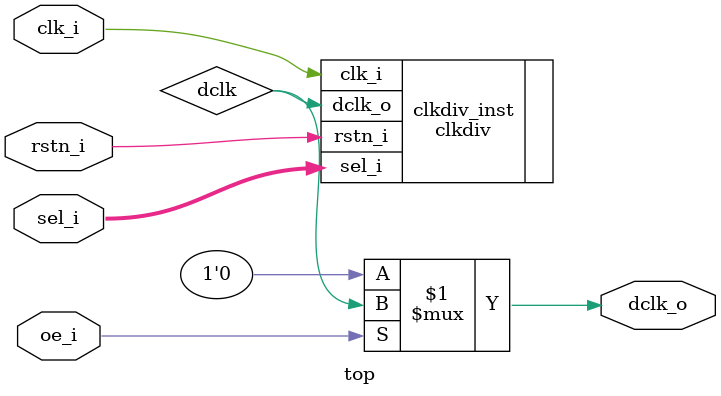
<source format=v>
`timescale 1ns/10ps

module top(
    rstn_i,
    clk_i,
    sel_i,
    oe_i,
    dclk_o
);

input   wire            rstn_i;
input   wire            clk_i;
input   wire    [2:0]   sel_i;
input   wire            oe_i;
output  wire            dclk_o;

clkdiv clkdiv_inst(
    .rstn_i(    rstn_i),
    .clk_i(     clk_i),
    .sel_i(     sel_i),
    .dclk_o(    dclk)
);

assign dclk_o = oe_i ? dclk : 1'b0; // and( dclk_o, oe_i, dclk);


endmodule
    
    

</source>
